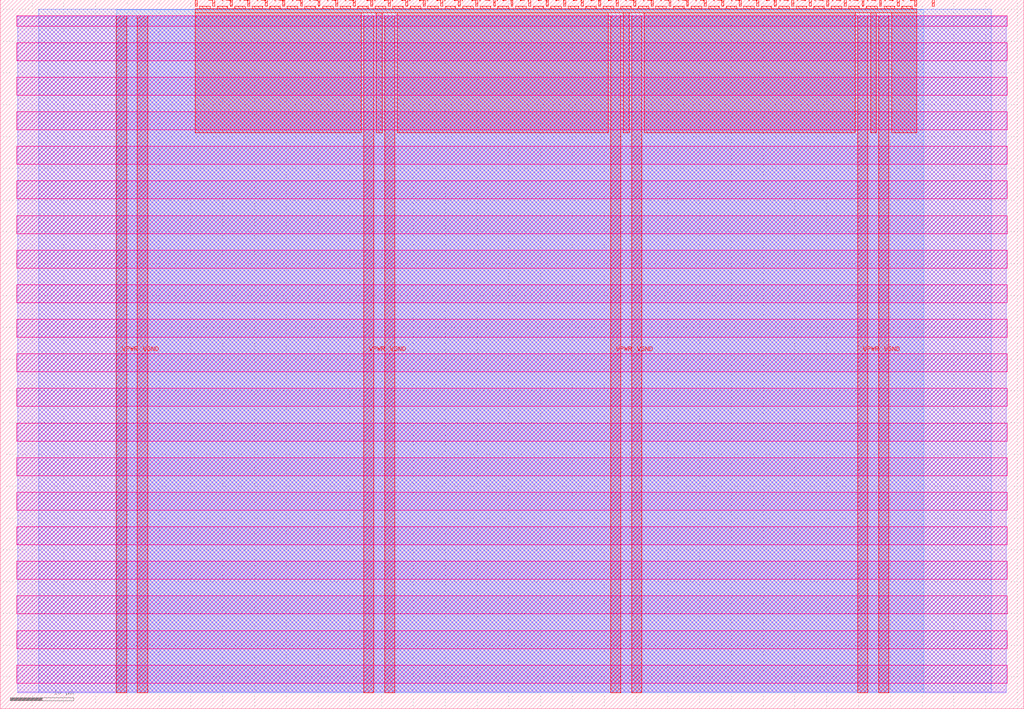
<source format=lef>
VERSION 5.7 ;
  NOWIREEXTENSIONATPIN ON ;
  DIVIDERCHAR "/" ;
  BUSBITCHARS "[]" ;
MACRO tt_um_uart_mvm
  CLASS BLOCK ;
  FOREIGN tt_um_uart_mvm ;
  ORIGIN 0.000 0.000 ;
  SIZE 161.000 BY 111.520 ;
  PIN VGND
    DIRECTION INOUT ;
    USE GROUND ;
    PORT
      LAYER met4 ;
        RECT 21.580 2.480 23.180 109.040 ;
    END
    PORT
      LAYER met4 ;
        RECT 60.450 2.480 62.050 109.040 ;
    END
    PORT
      LAYER met4 ;
        RECT 99.320 2.480 100.920 109.040 ;
    END
    PORT
      LAYER met4 ;
        RECT 138.190 2.480 139.790 109.040 ;
    END
  END VGND
  PIN VPWR
    DIRECTION INOUT ;
    USE POWER ;
    PORT
      LAYER met4 ;
        RECT 18.280 2.480 19.880 109.040 ;
    END
    PORT
      LAYER met4 ;
        RECT 57.150 2.480 58.750 109.040 ;
    END
    PORT
      LAYER met4 ;
        RECT 96.020 2.480 97.620 109.040 ;
    END
    PORT
      LAYER met4 ;
        RECT 134.890 2.480 136.490 109.040 ;
    END
  END VPWR
  PIN clk
    DIRECTION INPUT ;
    USE SIGNAL ;
    ANTENNAGATEAREA 0.852000 ;
    PORT
      LAYER met4 ;
        RECT 143.830 110.520 144.130 111.520 ;
    END
  END clk
  PIN ena
    DIRECTION INPUT ;
    USE SIGNAL ;
    PORT
      LAYER met4 ;
        RECT 146.590 110.520 146.890 111.520 ;
    END
  END ena
  PIN rst_n
    DIRECTION INPUT ;
    USE SIGNAL ;
    ANTENNAGATEAREA 0.196500 ;
    PORT
      LAYER met4 ;
        RECT 141.070 110.520 141.370 111.520 ;
    END
  END rst_n
  PIN ui_in[0]
    DIRECTION INPUT ;
    USE SIGNAL ;
    ANTENNAGATEAREA 0.196500 ;
    PORT
      LAYER met4 ;
        RECT 138.310 110.520 138.610 111.520 ;
    END
  END ui_in[0]
  PIN ui_in[1]
    DIRECTION INPUT ;
    USE SIGNAL ;
    PORT
      LAYER met4 ;
        RECT 135.550 110.520 135.850 111.520 ;
    END
  END ui_in[1]
  PIN ui_in[2]
    DIRECTION INPUT ;
    USE SIGNAL ;
    PORT
      LAYER met4 ;
        RECT 132.790 110.520 133.090 111.520 ;
    END
  END ui_in[2]
  PIN ui_in[3]
    DIRECTION INPUT ;
    USE SIGNAL ;
    PORT
      LAYER met4 ;
        RECT 130.030 110.520 130.330 111.520 ;
    END
  END ui_in[3]
  PIN ui_in[4]
    DIRECTION INPUT ;
    USE SIGNAL ;
    PORT
      LAYER met4 ;
        RECT 127.270 110.520 127.570 111.520 ;
    END
  END ui_in[4]
  PIN ui_in[5]
    DIRECTION INPUT ;
    USE SIGNAL ;
    PORT
      LAYER met4 ;
        RECT 124.510 110.520 124.810 111.520 ;
    END
  END ui_in[5]
  PIN ui_in[6]
    DIRECTION INPUT ;
    USE SIGNAL ;
    PORT
      LAYER met4 ;
        RECT 121.750 110.520 122.050 111.520 ;
    END
  END ui_in[6]
  PIN ui_in[7]
    DIRECTION INPUT ;
    USE SIGNAL ;
    PORT
      LAYER met4 ;
        RECT 118.990 110.520 119.290 111.520 ;
    END
  END ui_in[7]
  PIN uio_in[0]
    DIRECTION INPUT ;
    USE SIGNAL ;
    PORT
      LAYER met4 ;
        RECT 116.230 110.520 116.530 111.520 ;
    END
  END uio_in[0]
  PIN uio_in[1]
    DIRECTION INPUT ;
    USE SIGNAL ;
    PORT
      LAYER met4 ;
        RECT 113.470 110.520 113.770 111.520 ;
    END
  END uio_in[1]
  PIN uio_in[2]
    DIRECTION INPUT ;
    USE SIGNAL ;
    PORT
      LAYER met4 ;
        RECT 110.710 110.520 111.010 111.520 ;
    END
  END uio_in[2]
  PIN uio_in[3]
    DIRECTION INPUT ;
    USE SIGNAL ;
    PORT
      LAYER met4 ;
        RECT 107.950 110.520 108.250 111.520 ;
    END
  END uio_in[3]
  PIN uio_in[4]
    DIRECTION INPUT ;
    USE SIGNAL ;
    PORT
      LAYER met4 ;
        RECT 105.190 110.520 105.490 111.520 ;
    END
  END uio_in[4]
  PIN uio_in[5]
    DIRECTION INPUT ;
    USE SIGNAL ;
    PORT
      LAYER met4 ;
        RECT 102.430 110.520 102.730 111.520 ;
    END
  END uio_in[5]
  PIN uio_in[6]
    DIRECTION INPUT ;
    USE SIGNAL ;
    PORT
      LAYER met4 ;
        RECT 99.670 110.520 99.970 111.520 ;
    END
  END uio_in[6]
  PIN uio_in[7]
    DIRECTION INPUT ;
    USE SIGNAL ;
    PORT
      LAYER met4 ;
        RECT 96.910 110.520 97.210 111.520 ;
    END
  END uio_in[7]
  PIN uio_oe[0]
    DIRECTION OUTPUT ;
    USE SIGNAL ;
    ANTENNADIFFAREA 0.445500 ;
    PORT
      LAYER met4 ;
        RECT 49.990 110.520 50.290 111.520 ;
    END
  END uio_oe[0]
  PIN uio_oe[1]
    DIRECTION OUTPUT ;
    USE SIGNAL ;
    ANTENNADIFFAREA 0.445500 ;
    PORT
      LAYER met4 ;
        RECT 47.230 110.520 47.530 111.520 ;
    END
  END uio_oe[1]
  PIN uio_oe[2]
    DIRECTION OUTPUT ;
    USE SIGNAL ;
    ANTENNADIFFAREA 0.445500 ;
    PORT
      LAYER met4 ;
        RECT 44.470 110.520 44.770 111.520 ;
    END
  END uio_oe[2]
  PIN uio_oe[3]
    DIRECTION OUTPUT ;
    USE SIGNAL ;
    ANTENNADIFFAREA 0.445500 ;
    PORT
      LAYER met4 ;
        RECT 41.710 110.520 42.010 111.520 ;
    END
  END uio_oe[3]
  PIN uio_oe[4]
    DIRECTION OUTPUT ;
    USE SIGNAL ;
    ANTENNADIFFAREA 0.445500 ;
    PORT
      LAYER met4 ;
        RECT 38.950 110.520 39.250 111.520 ;
    END
  END uio_oe[4]
  PIN uio_oe[5]
    DIRECTION OUTPUT ;
    USE SIGNAL ;
    ANTENNADIFFAREA 0.445500 ;
    PORT
      LAYER met4 ;
        RECT 36.190 110.520 36.490 111.520 ;
    END
  END uio_oe[5]
  PIN uio_oe[6]
    DIRECTION OUTPUT ;
    USE SIGNAL ;
    ANTENNADIFFAREA 0.445500 ;
    PORT
      LAYER met4 ;
        RECT 33.430 110.520 33.730 111.520 ;
    END
  END uio_oe[6]
  PIN uio_oe[7]
    DIRECTION OUTPUT ;
    USE SIGNAL ;
    ANTENNADIFFAREA 0.445500 ;
    PORT
      LAYER met4 ;
        RECT 30.670 110.520 30.970 111.520 ;
    END
  END uio_oe[7]
  PIN uio_out[0]
    DIRECTION OUTPUT ;
    USE SIGNAL ;
    ANTENNADIFFAREA 0.445500 ;
    PORT
      LAYER met4 ;
        RECT 72.070 110.520 72.370 111.520 ;
    END
  END uio_out[0]
  PIN uio_out[1]
    DIRECTION OUTPUT ;
    USE SIGNAL ;
    ANTENNADIFFAREA 0.445500 ;
    PORT
      LAYER met4 ;
        RECT 69.310 110.520 69.610 111.520 ;
    END
  END uio_out[1]
  PIN uio_out[2]
    DIRECTION OUTPUT ;
    USE SIGNAL ;
    ANTENNADIFFAREA 0.445500 ;
    PORT
      LAYER met4 ;
        RECT 66.550 110.520 66.850 111.520 ;
    END
  END uio_out[2]
  PIN uio_out[3]
    DIRECTION OUTPUT ;
    USE SIGNAL ;
    ANTENNADIFFAREA 0.445500 ;
    PORT
      LAYER met4 ;
        RECT 63.790 110.520 64.090 111.520 ;
    END
  END uio_out[3]
  PIN uio_out[4]
    DIRECTION OUTPUT ;
    USE SIGNAL ;
    ANTENNADIFFAREA 0.445500 ;
    PORT
      LAYER met4 ;
        RECT 61.030 110.520 61.330 111.520 ;
    END
  END uio_out[4]
  PIN uio_out[5]
    DIRECTION OUTPUT ;
    USE SIGNAL ;
    ANTENNADIFFAREA 0.445500 ;
    PORT
      LAYER met4 ;
        RECT 58.270 110.520 58.570 111.520 ;
    END
  END uio_out[5]
  PIN uio_out[6]
    DIRECTION OUTPUT ;
    USE SIGNAL ;
    ANTENNADIFFAREA 0.445500 ;
    PORT
      LAYER met4 ;
        RECT 55.510 110.520 55.810 111.520 ;
    END
  END uio_out[6]
  PIN uio_out[7]
    DIRECTION OUTPUT ;
    USE SIGNAL ;
    ANTENNADIFFAREA 0.445500 ;
    PORT
      LAYER met4 ;
        RECT 52.750 110.520 53.050 111.520 ;
    END
  END uio_out[7]
  PIN uo_out[0]
    DIRECTION OUTPUT ;
    USE SIGNAL ;
    ANTENNADIFFAREA 0.795200 ;
    PORT
      LAYER met4 ;
        RECT 94.150 110.520 94.450 111.520 ;
    END
  END uo_out[0]
  PIN uo_out[1]
    DIRECTION OUTPUT ;
    USE SIGNAL ;
    ANTENNADIFFAREA 0.445500 ;
    PORT
      LAYER met4 ;
        RECT 91.390 110.520 91.690 111.520 ;
    END
  END uo_out[1]
  PIN uo_out[2]
    DIRECTION OUTPUT ;
    USE SIGNAL ;
    ANTENNADIFFAREA 0.445500 ;
    PORT
      LAYER met4 ;
        RECT 88.630 110.520 88.930 111.520 ;
    END
  END uo_out[2]
  PIN uo_out[3]
    DIRECTION OUTPUT ;
    USE SIGNAL ;
    ANTENNADIFFAREA 0.445500 ;
    PORT
      LAYER met4 ;
        RECT 85.870 110.520 86.170 111.520 ;
    END
  END uo_out[3]
  PIN uo_out[4]
    DIRECTION OUTPUT ;
    USE SIGNAL ;
    ANTENNADIFFAREA 0.445500 ;
    PORT
      LAYER met4 ;
        RECT 83.110 110.520 83.410 111.520 ;
    END
  END uo_out[4]
  PIN uo_out[5]
    DIRECTION OUTPUT ;
    USE SIGNAL ;
    ANTENNADIFFAREA 0.445500 ;
    PORT
      LAYER met4 ;
        RECT 80.350 110.520 80.650 111.520 ;
    END
  END uo_out[5]
  PIN uo_out[6]
    DIRECTION OUTPUT ;
    USE SIGNAL ;
    ANTENNADIFFAREA 0.445500 ;
    PORT
      LAYER met4 ;
        RECT 77.590 110.520 77.890 111.520 ;
    END
  END uo_out[6]
  PIN uo_out[7]
    DIRECTION OUTPUT ;
    USE SIGNAL ;
    ANTENNADIFFAREA 0.445500 ;
    PORT
      LAYER met4 ;
        RECT 74.830 110.520 75.130 111.520 ;
    END
  END uo_out[7]
  OBS
      LAYER nwell ;
        RECT 2.570 107.385 158.430 108.990 ;
        RECT 2.570 101.945 158.430 104.775 ;
        RECT 2.570 96.505 158.430 99.335 ;
        RECT 2.570 91.065 158.430 93.895 ;
        RECT 2.570 85.625 158.430 88.455 ;
        RECT 2.570 80.185 158.430 83.015 ;
        RECT 2.570 74.745 158.430 77.575 ;
        RECT 2.570 69.305 158.430 72.135 ;
        RECT 2.570 63.865 158.430 66.695 ;
        RECT 2.570 58.425 158.430 61.255 ;
        RECT 2.570 52.985 158.430 55.815 ;
        RECT 2.570 47.545 158.430 50.375 ;
        RECT 2.570 42.105 158.430 44.935 ;
        RECT 2.570 36.665 158.430 39.495 ;
        RECT 2.570 31.225 158.430 34.055 ;
        RECT 2.570 25.785 158.430 28.615 ;
        RECT 2.570 20.345 158.430 23.175 ;
        RECT 2.570 14.905 158.430 17.735 ;
        RECT 2.570 9.465 158.430 12.295 ;
        RECT 2.570 4.025 158.430 6.855 ;
      LAYER li1 ;
        RECT 2.760 2.635 158.240 108.885 ;
      LAYER met1 ;
        RECT 2.760 2.480 158.240 109.040 ;
      LAYER met2 ;
        RECT 6.080 2.535 155.840 110.005 ;
      LAYER met3 ;
        RECT 18.290 2.555 145.295 109.985 ;
      LAYER met4 ;
        RECT 31.370 110.120 33.030 110.520 ;
        RECT 34.130 110.120 35.790 110.520 ;
        RECT 36.890 110.120 38.550 110.520 ;
        RECT 39.650 110.120 41.310 110.520 ;
        RECT 42.410 110.120 44.070 110.520 ;
        RECT 45.170 110.120 46.830 110.520 ;
        RECT 47.930 110.120 49.590 110.520 ;
        RECT 50.690 110.120 52.350 110.520 ;
        RECT 53.450 110.120 55.110 110.520 ;
        RECT 56.210 110.120 57.870 110.520 ;
        RECT 58.970 110.120 60.630 110.520 ;
        RECT 61.730 110.120 63.390 110.520 ;
        RECT 64.490 110.120 66.150 110.520 ;
        RECT 67.250 110.120 68.910 110.520 ;
        RECT 70.010 110.120 71.670 110.520 ;
        RECT 72.770 110.120 74.430 110.520 ;
        RECT 75.530 110.120 77.190 110.520 ;
        RECT 78.290 110.120 79.950 110.520 ;
        RECT 81.050 110.120 82.710 110.520 ;
        RECT 83.810 110.120 85.470 110.520 ;
        RECT 86.570 110.120 88.230 110.520 ;
        RECT 89.330 110.120 90.990 110.520 ;
        RECT 92.090 110.120 93.750 110.520 ;
        RECT 94.850 110.120 96.510 110.520 ;
        RECT 97.610 110.120 99.270 110.520 ;
        RECT 100.370 110.120 102.030 110.520 ;
        RECT 103.130 110.120 104.790 110.520 ;
        RECT 105.890 110.120 107.550 110.520 ;
        RECT 108.650 110.120 110.310 110.520 ;
        RECT 111.410 110.120 113.070 110.520 ;
        RECT 114.170 110.120 115.830 110.520 ;
        RECT 116.930 110.120 118.590 110.520 ;
        RECT 119.690 110.120 121.350 110.520 ;
        RECT 122.450 110.120 124.110 110.520 ;
        RECT 125.210 110.120 126.870 110.520 ;
        RECT 127.970 110.120 129.630 110.520 ;
        RECT 130.730 110.120 132.390 110.520 ;
        RECT 133.490 110.120 135.150 110.520 ;
        RECT 136.250 110.120 137.910 110.520 ;
        RECT 139.010 110.120 140.670 110.520 ;
        RECT 141.770 110.120 143.430 110.520 ;
        RECT 30.655 109.440 144.145 110.120 ;
        RECT 30.655 90.615 56.750 109.440 ;
        RECT 59.150 90.615 60.050 109.440 ;
        RECT 62.450 90.615 95.620 109.440 ;
        RECT 98.020 90.615 98.920 109.440 ;
        RECT 101.320 90.615 134.490 109.440 ;
        RECT 136.890 90.615 137.790 109.440 ;
        RECT 140.190 90.615 144.145 109.440 ;
  END
END tt_um_uart_mvm
END LIBRARY


</source>
